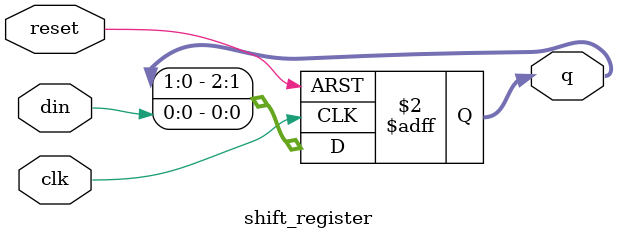
<source format=v>
module shift_register(
    input wire clk,
    input wire reset,
    input wire din,
    output reg [2:0] q
);

always @(posedge clk or posedge reset) begin
    if (reset) begin
        q <= 3'b000;
    end else begin
        q[2] <= q[1];
        q[1] <= q[0];
        q[0] <= din;
    end
end

endmodule

</source>
